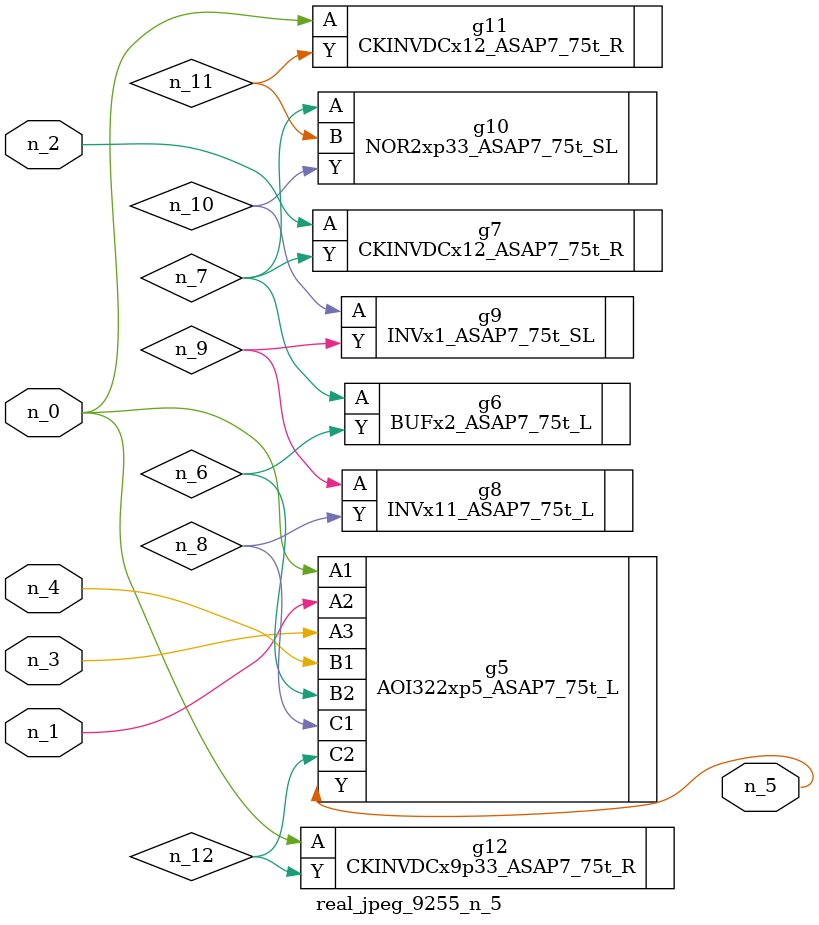
<source format=v>
module real_jpeg_9255_n_5 (n_4, n_0, n_1, n_2, n_3, n_5);

input n_4;
input n_0;
input n_1;
input n_2;
input n_3;

output n_5;

wire n_12;
wire n_8;
wire n_11;
wire n_6;
wire n_7;
wire n_10;
wire n_9;

AOI322xp5_ASAP7_75t_L g5 ( 
.A1(n_0),
.A2(n_1),
.A3(n_3),
.B1(n_4),
.B2(n_6),
.C1(n_8),
.C2(n_12),
.Y(n_5)
);

CKINVDCx12_ASAP7_75t_R g11 ( 
.A(n_0),
.Y(n_11)
);

CKINVDCx9p33_ASAP7_75t_R g12 ( 
.A(n_0),
.Y(n_12)
);

CKINVDCx12_ASAP7_75t_R g7 ( 
.A(n_2),
.Y(n_7)
);

BUFx2_ASAP7_75t_L g6 ( 
.A(n_7),
.Y(n_6)
);

NOR2xp33_ASAP7_75t_SL g10 ( 
.A(n_7),
.B(n_11),
.Y(n_10)
);

INVx11_ASAP7_75t_L g8 ( 
.A(n_9),
.Y(n_8)
);

INVx1_ASAP7_75t_SL g9 ( 
.A(n_10),
.Y(n_9)
);


endmodule
</source>
